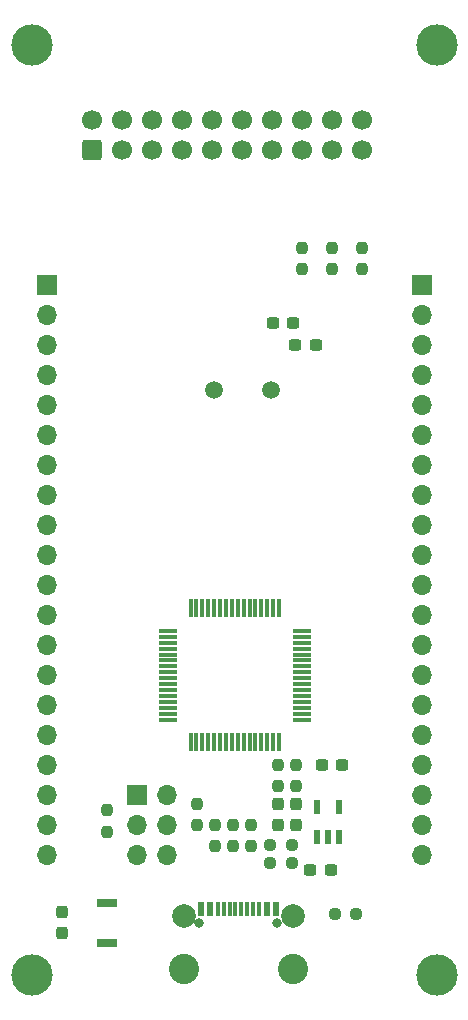
<source format=gbr>
%TF.GenerationSoftware,KiCad,Pcbnew,7.0.9*%
%TF.CreationDate,2023-11-28T20:56:21+09:00*%
%TF.ProjectId,STM32F103_dev_board,53544d33-3246-4313-9033-5f6465765f62,1.1.3*%
%TF.SameCoordinates,Original*%
%TF.FileFunction,Soldermask,Top*%
%TF.FilePolarity,Negative*%
%FSLAX46Y46*%
G04 Gerber Fmt 4.6, Leading zero omitted, Abs format (unit mm)*
G04 Created by KiCad (PCBNEW 7.0.9) date 2023-11-28 20:56:21*
%MOMM*%
%LPD*%
G01*
G04 APERTURE LIST*
G04 Aperture macros list*
%AMRoundRect*
0 Rectangle with rounded corners*
0 $1 Rounding radius*
0 $2 $3 $4 $5 $6 $7 $8 $9 X,Y pos of 4 corners*
0 Add a 4 corners polygon primitive as box body*
4,1,4,$2,$3,$4,$5,$6,$7,$8,$9,$2,$3,0*
0 Add four circle primitives for the rounded corners*
1,1,$1+$1,$2,$3*
1,1,$1+$1,$4,$5*
1,1,$1+$1,$6,$7*
1,1,$1+$1,$8,$9*
0 Add four rect primitives between the rounded corners*
20,1,$1+$1,$2,$3,$4,$5,0*
20,1,$1+$1,$4,$5,$6,$7,0*
20,1,$1+$1,$6,$7,$8,$9,0*
20,1,$1+$1,$8,$9,$2,$3,0*%
G04 Aperture macros list end*
%ADD10RoundRect,0.237500X0.300000X0.237500X-0.300000X0.237500X-0.300000X-0.237500X0.300000X-0.237500X0*%
%ADD11RoundRect,0.237500X-0.237500X0.250000X-0.237500X-0.250000X0.237500X-0.250000X0.237500X0.250000X0*%
%ADD12R,1.700000X0.800000*%
%ADD13RoundRect,0.237500X0.237500X-0.250000X0.237500X0.250000X-0.237500X0.250000X-0.237500X-0.250000X0*%
%ADD14RoundRect,0.237500X-0.237500X0.287500X-0.237500X-0.287500X0.237500X-0.287500X0.237500X0.287500X0*%
%ADD15C,3.500000*%
%ADD16RoundRect,0.237500X0.237500X-0.300000X0.237500X0.300000X-0.237500X0.300000X-0.237500X-0.300000X0*%
%ADD17C,0.800000*%
%ADD18R,0.600000X1.250000*%
%ADD19R,0.300000X1.250000*%
%ADD20C,2.000000*%
%ADD21C,2.565000*%
%ADD22RoundRect,0.237500X-0.250000X-0.237500X0.250000X-0.237500X0.250000X0.237500X-0.250000X0.237500X0*%
%ADD23RoundRect,0.237500X0.250000X0.237500X-0.250000X0.237500X-0.250000X-0.237500X0.250000X-0.237500X0*%
%ADD24R,0.600000X1.200000*%
%ADD25R,1.700000X1.700000*%
%ADD26O,1.700000X1.700000*%
%ADD27RoundRect,0.075000X-0.700000X-0.075000X0.700000X-0.075000X0.700000X0.075000X-0.700000X0.075000X0*%
%ADD28RoundRect,0.075000X-0.075000X-0.700000X0.075000X-0.700000X0.075000X0.700000X-0.075000X0.700000X0*%
%ADD29RoundRect,0.250000X0.600000X-0.600000X0.600000X0.600000X-0.600000X0.600000X-0.600000X-0.600000X0*%
%ADD30C,1.700000*%
%ADD31C,1.500000*%
G04 APERTURE END LIST*
D10*
%TO.C,C4*%
X153582500Y-130120000D03*
X151857500Y-130120000D03*
%TD*%
D11*
%TO.C,R6*%
X150622000Y-121261500D03*
X150622000Y-123086500D03*
%TD*%
D12*
%TO.C,S1*%
X134620000Y-132920000D03*
X134620000Y-136320000D03*
%TD*%
D13*
%TO.C,R13*%
X143764000Y-128166500D03*
X143764000Y-126341500D03*
%TD*%
D10*
%TO.C,C3*%
X152312500Y-85670000D03*
X150587500Y-85670000D03*
%TD*%
D11*
%TO.C,R12*%
X149098000Y-121261500D03*
X149098000Y-123086500D03*
%TD*%
D14*
%TO.C,D1*%
X150622000Y-124601000D03*
X150622000Y-126351000D03*
%TD*%
D15*
%TO.C,REF\u002A\u002A*%
X162560000Y-60270000D03*
%TD*%
D11*
%TO.C,R5*%
X142240000Y-124563500D03*
X142240000Y-126388500D03*
%TD*%
D16*
%TO.C,C10*%
X130810000Y-135482500D03*
X130810000Y-133757500D03*
%TD*%
D17*
%TO.C,J6*%
X142458000Y-134617000D03*
X149058000Y-134617000D03*
D18*
X142558000Y-133482000D03*
X143358000Y-133482000D03*
D19*
X144508000Y-133482000D03*
X145508000Y-133482000D03*
X146008000Y-133482000D03*
X147008000Y-133482000D03*
D18*
X148158000Y-133482000D03*
X148958000Y-133482000D03*
D19*
X147508000Y-133482000D03*
X146508000Y-133482000D03*
X145008000Y-133482000D03*
X144008000Y-133482000D03*
D20*
X141148000Y-134057000D03*
X150368000Y-134057000D03*
D21*
X141148000Y-138557000D03*
X150368000Y-138557000D03*
%TD*%
D15*
%TO.C,REF\u002A\u002A*%
X128285913Y-139053348D03*
%TD*%
%TO.C,REF\u002A\u002A*%
X128270000Y-60270000D03*
%TD*%
D22*
%TO.C,R14*%
X153900500Y-133858000D03*
X155725500Y-133858000D03*
%TD*%
D23*
%TO.C,R1*%
X150264500Y-129540000D03*
X148439500Y-129540000D03*
%TD*%
D14*
%TO.C,D2*%
X149098000Y-124601000D03*
X149098000Y-126351000D03*
%TD*%
D24*
%TO.C,PS1*%
X152405000Y-127341000D03*
X153355000Y-127341000D03*
X154305000Y-127341000D03*
X154305000Y-124841000D03*
X152405000Y-124841000D03*
%TD*%
D25*
%TO.C,J4*%
X137155000Y-123785000D03*
D26*
X139695000Y-123785000D03*
X137155000Y-126325000D03*
X139695000Y-126325000D03*
X137155000Y-128865000D03*
X139695000Y-128865000D03*
%TD*%
D13*
%TO.C,R4*%
X134620000Y-126920000D03*
X134620000Y-125095000D03*
%TD*%
D27*
%TO.C,U1*%
X139780000Y-109920000D03*
X139780000Y-110420000D03*
X139780000Y-110920000D03*
X139780000Y-111420000D03*
X139780000Y-111920000D03*
X139780000Y-112420000D03*
X139780000Y-112920000D03*
X139780000Y-113420000D03*
X139780000Y-113920000D03*
X139780000Y-114420000D03*
X139780000Y-114920000D03*
X139780000Y-115420000D03*
X139780000Y-115920000D03*
X139780000Y-116420000D03*
X139780000Y-116920000D03*
X139780000Y-117420000D03*
D28*
X141705000Y-119345000D03*
X142205000Y-119345000D03*
X142705000Y-119345000D03*
X143205000Y-119345000D03*
X143705000Y-119345000D03*
X144205000Y-119345000D03*
X144705000Y-119345000D03*
X145205000Y-119345000D03*
X145705000Y-119345000D03*
X146205000Y-119345000D03*
X146705000Y-119345000D03*
X147205000Y-119345000D03*
X147705000Y-119345000D03*
X148205000Y-119345000D03*
X148705000Y-119345000D03*
X149205000Y-119345000D03*
D27*
X151130000Y-117420000D03*
X151130000Y-116920000D03*
X151130000Y-116420000D03*
X151130000Y-115920000D03*
X151130000Y-115420000D03*
X151130000Y-114920000D03*
X151130000Y-114420000D03*
X151130000Y-113920000D03*
X151130000Y-113420000D03*
X151130000Y-112920000D03*
X151130000Y-112420000D03*
X151130000Y-111920000D03*
X151130000Y-111420000D03*
X151130000Y-110920000D03*
X151130000Y-110420000D03*
X151130000Y-109920000D03*
D28*
X149205000Y-107995000D03*
X148705000Y-107995000D03*
X148205000Y-107995000D03*
X147705000Y-107995000D03*
X147205000Y-107995000D03*
X146705000Y-107995000D03*
X146205000Y-107995000D03*
X145705000Y-107995000D03*
X145205000Y-107995000D03*
X144705000Y-107995000D03*
X144205000Y-107995000D03*
X143705000Y-107995000D03*
X143205000Y-107995000D03*
X142705000Y-107995000D03*
X142205000Y-107995000D03*
X141705000Y-107995000D03*
%TD*%
D29*
%TO.C,J1*%
X133350000Y-69160000D03*
D30*
X133350000Y-66620000D03*
X135890000Y-69160000D03*
X135890000Y-66620000D03*
X138430000Y-69160000D03*
X138430000Y-66620000D03*
X140970000Y-69160000D03*
X140970000Y-66620000D03*
X143510000Y-69160000D03*
X143510000Y-66620000D03*
X146050000Y-69160000D03*
X146050000Y-66620000D03*
X148590000Y-69160000D03*
X148590000Y-66620000D03*
X151130000Y-69160000D03*
X151130000Y-66620000D03*
X153670000Y-69160000D03*
X153670000Y-66620000D03*
X156210000Y-69160000D03*
X156210000Y-66620000D03*
%TD*%
D13*
%TO.C,R7*%
X146812000Y-128166500D03*
X146812000Y-126341500D03*
%TD*%
D10*
%TO.C,C6*%
X154532500Y-121230000D03*
X152807500Y-121230000D03*
%TD*%
%TO.C,C2*%
X150402500Y-83820000D03*
X148677500Y-83820000D03*
%TD*%
D11*
%TO.C,R10*%
X151130000Y-77482500D03*
X151130000Y-79307500D03*
%TD*%
D25*
%TO.C,J3*%
X161290000Y-80590000D03*
D26*
X161290000Y-83130000D03*
X161290000Y-85670000D03*
X161290000Y-88210000D03*
X161290000Y-90750000D03*
X161290000Y-93290000D03*
X161290000Y-95830000D03*
X161290000Y-98370000D03*
X161290000Y-100910000D03*
X161290000Y-103450000D03*
X161290000Y-105990000D03*
X161290000Y-108530000D03*
X161290000Y-111070000D03*
X161290000Y-113610000D03*
X161290000Y-116150000D03*
X161290000Y-118690000D03*
X161290000Y-121230000D03*
X161290000Y-123770000D03*
X161290000Y-126310000D03*
X161290000Y-128850000D03*
%TD*%
D15*
%TO.C,REF\u002A\u002A*%
X162560000Y-139010000D03*
%TD*%
D11*
%TO.C,R9*%
X156210000Y-77482500D03*
X156210000Y-79307500D03*
%TD*%
%TO.C,R11*%
X153670000Y-77482500D03*
X153670000Y-79307500D03*
%TD*%
D13*
%TO.C,R3*%
X145288000Y-128166500D03*
X145288000Y-126341500D03*
%TD*%
D31*
%TO.C,Y1*%
X148550000Y-89480000D03*
X143670000Y-89480000D03*
%TD*%
D23*
%TO.C,R2*%
X150264500Y-128016000D03*
X148439500Y-128016000D03*
%TD*%
D25*
%TO.C,J2*%
X129540000Y-80590000D03*
D26*
X129540000Y-83130000D03*
X129540000Y-85670000D03*
X129540000Y-88210000D03*
X129540000Y-90750000D03*
X129540000Y-93290000D03*
X129540000Y-95830000D03*
X129540000Y-98370000D03*
X129540000Y-100910000D03*
X129540000Y-103450000D03*
X129540000Y-105990000D03*
X129540000Y-108530000D03*
X129540000Y-111070000D03*
X129540000Y-113610000D03*
X129540000Y-116150000D03*
X129540000Y-118690000D03*
X129540000Y-121230000D03*
X129540000Y-123770000D03*
X129540000Y-126310000D03*
X129540000Y-128850000D03*
%TD*%
M02*

</source>
